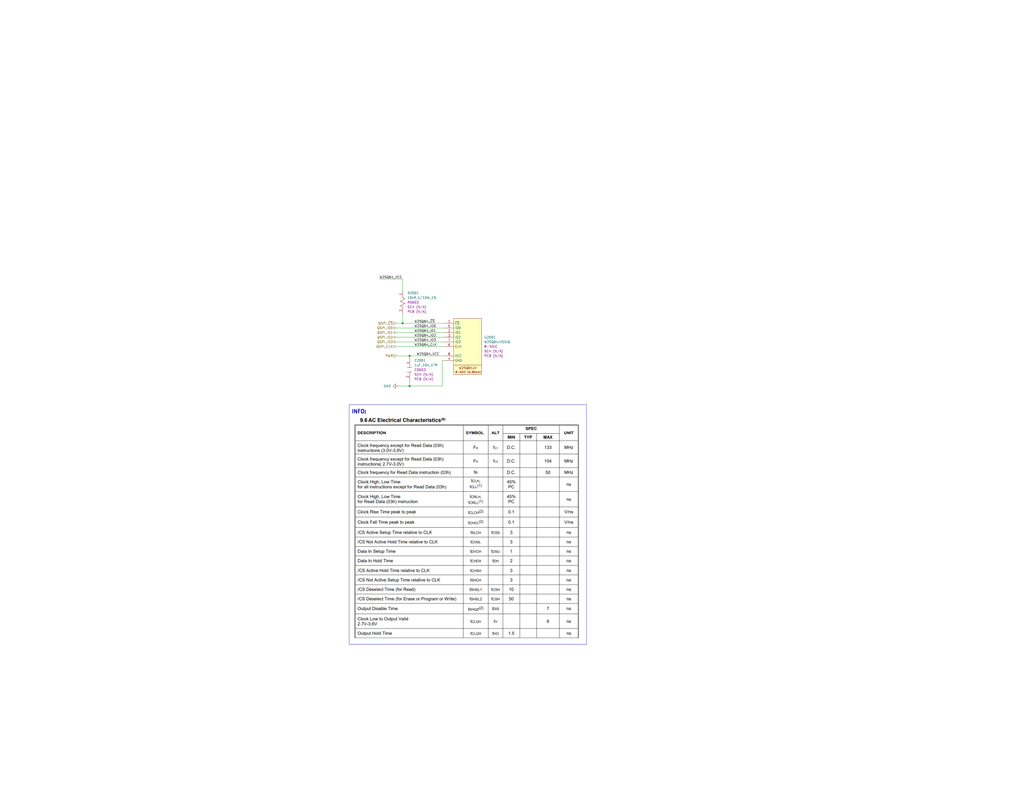
<source format=kicad_sch>
(kicad_sch (version 20231120) (generator "eeschema") (generator_version "8.0")
  (paper "C")
  (title_block (title "Quadcopter") (date "2024-03-17") (rev "01") (company "Mend0z0") (comment 1 "01") (comment 2 "PRELIMINARY") (comment 3 "Siavash Taher Parvar") (comment 8 "N/A") (comment 9 "First Version"))
  (lib_symbols
    (symbol "_SCHLIB_Qcopter:CAP_CER_1uF_10V_X7R_C0603"
      (property "Reference" "C" (at 3.556 4.064 0))
      (property "Value" "1uF_10V_X7R" (at 3.81 6.604 0))
      (property "Package" "C0603" (at 3.81 35.306 0))
      (property "SCH CHECK" "SCH (N/A)" (at 3.81 29.972 0))
      (property "PCB CHECK" "PCB (N/A)" (at 3.81 32.512 0))
      (symbol "CAP_CER_1uF_10V_X7R_C0603_0_0"
        (polyline (pts (xy 5.08 1.27) (xy 5.08 -1.27)))
        (polyline (pts (xy 7.62 1.27) (xy 7.62 -1.27)))
      )
      (symbol "CAP_CER_1uF_10V_X7R_C0603_1_1"
        (pin passive line (at 0 0 0) (length 5.08) (name "") (number "1"))
        (pin passive line (at 12.7 0 180) (length 5.08) (name "") (number "2"))
      )
    )
    (symbol "_SCHLIB_Qcopter:IC_MEM_W25Q64JVSSIQ_64MBIT_NOR_QSPI/SPI_8-SOIC"
      (property "Reference" "U" (at 3.556 4.064 0))
      (property "Value" "W25Q64JVSSIQ" (at 3.81 6.604 0))
      (property "Package" "8-SOIC" (at 3.556 34.29 0))
      (property "SCH CHECK" "SCH (N/A)" (at 3.556 29.464 0))
      (property "PCB CHECK" "PCB (N/A)" (at 3.556 31.75 0))
      (symbol "IC_MEM_W25Q64JVSSIQ_64MBIT_NOR_QSPI/SPI_8-SOIC_1_1"
        (polyline (pts (xy 0 -25.4) (xy 15.24 -25.4)))
        (rectangle (start 0 0) (end 15.24 -30.48) (fill (type background)))
        (text "8-SOIC (5.30mm)" (at 7.874 -29.21 0) (effects (font (size 1.016 1.016))))
        (text "W25Q64JV" (at 7.62 -26.924 0) (effects (font (size 1.27 1.27))))
        (pin passive line (at -5.08 -2.54 0) (length 5.08) (name "~{CS}") (number "1"))
        (pin passive line (at -5.08 -7.62 0) (length 5.08) (name "IO1") (number "2"))
        (pin passive line (at -5.08 -10.16 0) (length 5.08) (name "IO2") (number "3"))
        (pin passive line (at -5.08 -22.86 0) (length 5.08) (name "GND") (number "4"))
        (pin passive line (at -5.08 -5.08 0) (length 5.08) (name "IO0") (number "5"))
        (pin passive line (at -5.08 -15.24 0) (length 5.08) (name "CLK") (number "6"))
        (pin passive line (at -5.08 -12.7 0) (length 5.08) (name "IO3") (number "7"))
        (pin passive line (at -5.08 -20.32 0) (length 5.08) (name "VCC") (number "8"))
      )
    )
    (symbol "_SCHLIB_Qcopter:RES_10kR_1/10W_1%_R0603"
      (property "Reference" "R" (at 3.302 4.572 0))
      (property "Value" "10kR_1/10W_1%" (at 3.302 6.858 0))
      (property "Package" "R0603" (at 3.302 31.242 0))
      (property "SCH CHECK" "SCH (N/A)" (at 3.302 26.67 0))
      (property "PCB CHECK" "PCB (N/A)" (at 3.302 28.956 0))
      (symbol "RES_10kR_1/10W_1%_R0603_0_0"
        (polyline (pts (xy 3.81 0) (xy 4.445 1.27) (xy 5.715 -1.27) (xy 6.985 1.27) (xy 8.255 -1.27) (xy 8.89 0)))
      )
      (symbol "RES_10kR_1/10W_1%_R0603_1_1"
        (pin passive line (at 0 0 0) (length 3.81) (name "") (number "1"))
        (pin passive line (at 12.7 0 180) (length 3.81) (name "") (number "2"))
      )
    )
    (symbol "power:GND" (power) (pin_numbers hide) (pin_names (offset 0) hide)
      (property "Value" "GND" (at 0 -3.81 0))
      (symbol "GND_0_1"
        (polyline (pts (xy 0 0) (xy 0 -1.27) (xy 1.27 -1.27) (xy 0 -2.54) (xy -1.27 -1.27) (xy 0 -1.27)))
      )
      (symbol "GND_1_1"
        (pin power_in line (at 0 0 270) (length 0) (name "~") (number "1"))
      )
    )
  )
  (junction (at 223.52 210.82))
  (junction (at 219.71 176.53))
  (junction (at 223.52 194.31))
  (wire (pts (xy 241.3 210.82) (xy 241.3 196.85)))
  (wire (pts (xy 223.52 208.28) (xy 223.52 210.82)))
  (wire (pts (xy 215.9 184.15) (xy 242.57 184.15)))
  (wire (pts (xy 223.52 194.31) (xy 223.52 195.58)))
  (wire (pts (xy 219.71 176.53) (xy 242.57 176.53)))
  (polyline (pts (xy 190.5 220.98) (xy 190.5 351.79)))
  (polyline (pts (xy 320.04 351.79) (xy 190.5 351.79)))
  (wire (pts (xy 223.52 194.31) (xy 242.57 194.31)))
  (wire (pts (xy 207.01 152.4) (xy 219.71 152.4)))
  (polyline (pts (xy 190.5 220.98) (xy 320.04 220.98)))
  (wire (pts (xy 215.9 189.23) (xy 242.57 189.23)))
  (wire (pts (xy 215.9 186.69) (xy 242.57 186.69)))
  (polyline (pts (xy 320.04 220.98) (xy 320.04 351.79)))
  (wire (pts (xy 215.9 179.07) (xy 242.57 179.07)))
  (wire (pts (xy 223.52 210.82) (xy 241.3 210.82)))
  (wire (pts (xy 215.9 176.53) (xy 219.71 176.53)))
  (wire (pts (xy 241.3 196.85) (xy 242.57 196.85)))
  (wire (pts (xy 217.17 210.82) (xy 223.52 210.82)))
  (wire (pts (xy 219.71 171.45) (xy 219.71 176.53)))
  (wire (pts (xy 215.9 194.31) (xy 223.52 194.31)))
  (wire (pts (xy 215.9 181.61) (xy 242.57 181.61)))
  (wire (pts (xy 219.71 152.4) (xy 219.71 158.75)))
  (image (at 255.27 288.29) (scale 0.561548))
  (text "INFO:" (at 191.77 226.06 0) (effects (font (size 2 2) (thickness 0.4) (bold yes)) (justify left bottom)))
  (label "W25Q64_VCC" (at 227.33 194.31 0))
  (label "W25Q64_VCC" (at 207.01 152.4 0))
  (label "W25Q64_IO2" (at 226.06 184.15 0))
  (label "W25Q64_~{CS}" (at 226.06 176.53 0))
  (label "W25Q64_IO1" (at 226.06 181.61 0))
  (label "W25Q64_IO3" (at 226.06 186.69 0))
  (label "W25Q64_CLK" (at 226.06 189.23 0))
  (label "W25Q64_IO0" (at 226.06 179.07 0))
  (hierarchical_label "QSPI_IO0" (shape bidirectional) (at 215.9 179.07 180))
  (hierarchical_label "QSPI_IO3" (shape bidirectional) (at 215.9 186.69 180))
  (hierarchical_label "QSPI_IO1" (shape bidirectional) (at 215.9 181.61 180))
  (hierarchical_label "QSPI_IO2" (shape bidirectional) (at 215.9 184.15 180))
  (hierarchical_label "QSPI_~{CS}" (shape input) (at 215.9 176.53 180))
  (hierarchical_label "PWR" (shape passive) (at 215.9 194.31 180))
  (hierarchical_label "QSPI_CLK" (shape input) (at 215.9 189.23 180))
  (symbol (lib_id "_SCHLIB_Qcopter:CAP_CER_1uF_10V_X7R_C0603") (at 223.52 195.58 270) (unit 1)
    (property "Reference" "C2001" (at 226.06 196.8499 90) (effects (justify left)))
    (property "Value" "1uF_10V_X7R" (at 226.06 199.3899 90) (effects (justify left)))
    (property "Footprint" "Capacitor_SMD:C_0603_1608Metric" (effects (hide yes)))
    (property "Datasheet" "https://mm.digikey.com/Volume0/opasdata/d220001/medias/docus/3584/CL10B105KP8NNNC_Spec.pdf" (effects (hide yes)))
    (property "Description" "1 µF ±10% 10V Ceramic Capacitor X7R 0603 (1608 Metric)" (effects (hide yes)))
    (property "Package" "C0603" (at 226.06 201.9299 90) (effects (justify left)))
    (property "Part Number (Manufacturer)" "CL10B105KP8NNNC" (effects (hide yes)))
    (property "Manufacturer" "Samsung Electro-Mechanics" (effects (hide yes)))
    (property "Part Number (Vendor)" "1276-1946-2-ND" (effects (hide yes)))
    (property "Vendor" "Digikey" (effects (hide yes)))
    (property "Purchase Link" "https://www.digikey.ca/en/products/detail/samsung-electro-mechanics/CL10B105KP8NNNC/3887604" (effects (hide yes)))
    (property "SCH CHECK" "SCH (N/A)" (at 226.06 204.4699 90) (effects (justify left)))
    (property "PCB CHECK" "PCB (N/A)" (at 226.06 207.0099 90) (effects (justify left)))
  )
  (symbol (lib_id "_SCHLIB_Qcopter:IC_MEM_W25Q64JVSSIQ_64MBIT_NOR_QSPI/SPI_8-SOIC") (at 247.65 173.99 0) (unit 1)
    (property "Reference" "U2001" (at 264.16 184.1499 0) (effects (justify left)))
    (property "Value" "W25Q64JVSSIQ" (at 264.16 186.6899 0) (effects (justify left)))
    (property "Footprint" "Package_SO:SOIC-8_5.23x5.23mm_P1.27mm" (effects (hide yes)))
    (property "Datasheet" "https://www.winbond.com/resource-files/w25q64jv%20revj%2003272018%20plus.pdf" (effects (hide yes)))
    (property "Description" "FLASH - NOR Memory IC 64Mbit SPI - Quad I/O 133 MHz 8-SOIC" (effects (hide yes)))
    (property "Package" "8-SOIC" (at 264.16 189.2299 0) (effects (justify left)))
    (property "Part Number (Manufacturer)" "W25Q64JVSSIQ" (effects (hide yes)))
    (property "Manufacturer" "Winbond Electronics" (effects (hide yes)))
    (property "Part Number (Vendor)" "W25Q64JVSSIQ-ND" (effects (hide yes)))
    (property "Vendor" "Digikey" (effects (hide yes)))
    (property "Purchase Link" "https://www.digikey.ca/en/products/detail/winbond-electronics/W25Q64JVSSIQ/5803992" (effects (hide yes)))
    (property "SCH CHECK" "SCH (N/A)" (at 264.16 191.7699 0) (effects (justify left)))
    (property "PCB CHECK" "PCB (N/A)" (at 264.16 194.3099 0) (effects (justify left)))
  )
  (symbol (lib_id "power:GND") (at 217.17 210.82 270) (unit 1)
    (property "Reference" "#PWR02001" (effects (hide yes)))
    (property "Value" "GND" (at 213.36 210.8199 90) (effects (justify right)))
    (property "Description" "Power symbol creates a global label with name \"GND\" , ground" (effects (hide yes)))
  )
  (symbol (lib_id "_SCHLIB_Qcopter:RES_10kR_1/10W_1%_R0603") (at 219.71 158.75 270) (unit 1)
    (property "Reference" "R2001" (at 222.25 160.0199 90) (effects (justify left)))
    (property "Value" "10kR_1/10W_1%" (at 222.25 162.5599 90) (effects (justify left)))
    (property "Footprint" "Resistor_SMD:R_0603_1608Metric" (effects (hide yes)))
    (property "Datasheet" "https://www.seielect.com/catalog/sei-rmcf_rmcp.pdf" (effects (hide yes)))
    (property "Description" "10 kOhms ±1% 0.1W, 1/10W Chip Resistor 0603 (1608 Metric) Automotive AEC-Q200 Thick Film" (effects (hide yes)))
    (property "Package" "R0603" (at 222.25 165.0999 90) (effects (justify left)))
    (property "Part Number (Manufacturer)" "RMCF0603FT10K0" (effects (hide yes)))
    (property "Manufacturer" "Stackpole Electronics Inc" (effects (hide yes)))
    (property "Part Number (Vendor)" "RMCF0603FT10K0TR-ND" (effects (hide yes)))
    (property "Vendor" "Digikey" (effects (hide yes)))
    (property "Purchase Link" "https://www.digikey.ca/en/products/detail/stackpole-electronics-inc/RMCF0603FT10K0/1761235" (effects (hide yes)))
    (property "SCH CHECK" "SCH (N/A)" (at 222.25 167.6399 90) (effects (justify left)))
    (property "PCB CHECK" "PCB (N/A)" (at 222.25 170.1799 90) (effects (justify left)))
  )
)
</source>
